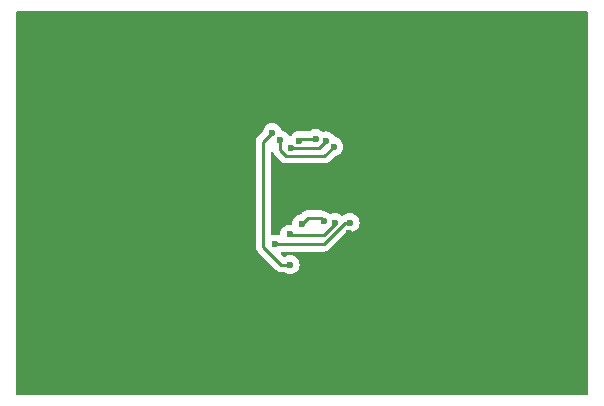
<source format=gbr>
%TF.GenerationSoftware,KiCad,Pcbnew,(7.0.0)*%
%TF.CreationDate,2023-04-29T18:10:18-05:00*%
%TF.ProjectId,WiHi,57694869-2e6b-4696-9361-645f70636258,-*%
%TF.SameCoordinates,PX795bdf0PY68e3130*%
%TF.FileFunction,Copper,L2,Bot*%
%TF.FilePolarity,Positive*%
%FSLAX46Y46*%
G04 Gerber Fmt 4.6, Leading zero omitted, Abs format (unit mm)*
G04 Created by KiCad (PCBNEW (7.0.0)) date 2023-04-29 18:10:18*
%MOMM*%
%LPD*%
G01*
G04 APERTURE LIST*
%TA.AperFunction,ViaPad*%
%ADD10C,0.600000*%
%TD*%
%TA.AperFunction,Conductor*%
%ADD11C,0.250000*%
%TD*%
G04 APERTURE END LIST*
D10*
%TO.N,GND*%
X21844000Y10058400D03*
X21844000Y7594600D03*
X28448000Y23114000D03*
X28448000Y24892000D03*
%TO.N,/Wireless Power Reciever Qi/Qi_Vout*%
X23622000Y11430000D03*
X22098000Y22606000D03*
%TO.N,GND*%
X38862000Y22352000D03*
X2286000Y13462000D03*
X7366000Y13462000D03*
X12446000Y13462000D03*
X17526000Y13462000D03*
X32766000Y13462000D03*
X27686000Y8382000D03*
X32766000Y8382000D03*
X42926000Y8382000D03*
X37846000Y8382000D03*
X37846000Y13462000D03*
X42926000Y13462000D03*
X48006000Y13462000D03*
X48006000Y8382000D03*
X48006000Y3302000D03*
X42926000Y3302000D03*
X37846000Y3302000D03*
X32766000Y3302000D03*
X22606000Y3302000D03*
X17526000Y8382000D03*
X17526000Y3302000D03*
X12446000Y3302000D03*
X12446000Y8382000D03*
X7366000Y8382000D03*
X7366000Y3302000D03*
X2286000Y3302000D03*
X2286000Y8382000D03*
X2286000Y23622000D03*
X7366000Y23622000D03*
X12446000Y23622000D03*
X17526000Y23622000D03*
X22606000Y23622000D03*
X37846000Y23622000D03*
X42926000Y23622000D03*
X48006000Y23622000D03*
X48006000Y28702000D03*
X42926000Y28702000D03*
X37846000Y28702000D03*
X32766000Y28702000D03*
X22606000Y28702000D03*
X17526000Y28702000D03*
X12446000Y28702000D03*
X7366000Y28702000D03*
X2286000Y28702000D03*
X47752000Y18034000D03*
X42164000Y18034000D03*
X35814000Y18034000D03*
X29464000Y18034000D03*
X23368000Y18034000D03*
X26416000Y17526000D03*
X26416000Y18542000D03*
X25400000Y18542000D03*
X27432000Y18542000D03*
X27432000Y17526000D03*
X25400000Y17526000D03*
%TO.N,/Wireless Power Reciever Qi/COMM2*%
X27322257Y21416761D03*
X22771983Y21981500D03*
%TO.N,/Wireless Power Reciever Qi/CLAMP2*%
X23723600Y21259800D03*
X26670000Y21894800D03*
%TO.N,/Wireless Power Reciever Qi/BOOT2*%
X24384000Y21920200D03*
X25769900Y22098000D03*
%TO.N,GND*%
X28625800Y3225800D03*
X29692600Y3225800D03*
X27584400Y3225800D03*
X33553400Y23114000D03*
X33553400Y24892000D03*
X28600400Y14122400D03*
X28600400Y13258800D03*
X28600400Y12344400D03*
X28600400Y11480800D03*
X28600400Y10591800D03*
X28600400Y9677400D03*
%TO.N,/Wireless Power Reciever Qi/CHG*%
X28702000Y14986000D03*
X22352000Y13157200D03*
%TO.N,/Wireless Power Reciever Qi/COMM1*%
X27402419Y14984335D03*
X23571200Y13995400D03*
%TO.N,/Wireless Power Reciever Qi/CLAMP1*%
X24585746Y14877100D03*
X26516087Y15111487D03*
%TD*%
D11*
%TO.N,/Wireless Power Reciever Qi/CLAMP2*%
X26035000Y21259800D02*
X23723600Y21259800D01*
X26670000Y21894800D02*
X26035000Y21259800D01*
%TO.N,/Wireless Power Reciever Qi/COMM2*%
X22771983Y21144617D02*
X22771983Y21981500D01*
X23291800Y20624800D02*
X22771983Y21144617D01*
X27322257Y21416761D02*
X26530296Y20624800D01*
X26530296Y20624800D02*
X23291800Y20624800D01*
%TO.N,/Wireless Power Reciever Qi/CHG*%
X28287968Y14986000D02*
X26459168Y13157200D01*
X26459168Y13157200D02*
X22352000Y13157200D01*
X28702000Y14986000D02*
X28287968Y14986000D01*
%TO.N,/Wireless Power Reciever Qi/CLAMP1*%
X25101046Y15392400D02*
X24585746Y14877100D01*
X26235174Y15392400D02*
X25101046Y15392400D01*
X26516087Y15111487D02*
X26235174Y15392400D01*
%TO.N,/Wireless Power Reciever Qi/COMM1*%
X26487084Y13970000D02*
X23596600Y13970000D01*
X23596600Y13970000D02*
X23571200Y13995400D01*
X27402419Y14984335D02*
X27402419Y14885335D01*
X27402419Y14885335D02*
X26487084Y13970000D01*
%TO.N,/Wireless Power Reciever Qi/Qi_Vout*%
X21336000Y21844000D02*
X22098000Y22606000D01*
X22860000Y11430000D02*
X21336000Y12954000D01*
X23622000Y11430000D02*
X22860000Y11430000D01*
X21336000Y12954000D02*
X21336000Y21844000D01*
%TO.N,/Wireless Power Reciever Qi/BOOT2*%
X24561800Y22098000D02*
X24384000Y21920200D01*
X25769900Y22098000D02*
X24561800Y22098000D01*
%TD*%
%TA.AperFunction,Conductor*%
%TO.N,GND*%
G36*
X48813500Y32856887D02*
G01*
X48858887Y32811500D01*
X48875500Y32749500D01*
X48875500Y524500D01*
X48858887Y462500D01*
X48813500Y417113D01*
X48751500Y400500D01*
X524500Y400500D01*
X462500Y417113D01*
X417113Y462500D01*
X400500Y524500D01*
X400500Y21863804D01*
X20705840Y21863804D01*
X20706574Y21856039D01*
X20706574Y21856036D01*
X20709950Y21820324D01*
X20710500Y21808655D01*
X20710500Y13031775D01*
X20709978Y13020720D01*
X20708327Y13013333D01*
X20708571Y13005547D01*
X20708571Y13005539D01*
X20710439Y12946127D01*
X20710500Y12942232D01*
X20710500Y12914650D01*
X20710988Y12910781D01*
X20710989Y12910775D01*
X20711004Y12910657D01*
X20711918Y12899034D01*
X20713045Y12863170D01*
X20713046Y12863163D01*
X20713291Y12855373D01*
X20715467Y12847881D01*
X20715468Y12847879D01*
X20718879Y12836138D01*
X20722825Y12817085D01*
X20725336Y12797208D01*
X20728206Y12789958D01*
X20728208Y12789952D01*
X20741414Y12756596D01*
X20745197Y12745549D01*
X20757382Y12703610D01*
X20761353Y12696895D01*
X20761354Y12696893D01*
X20767581Y12686363D01*
X20776136Y12668901D01*
X20780642Y12657520D01*
X20780643Y12657517D01*
X20783514Y12650268D01*
X20795462Y12633823D01*
X20809181Y12614940D01*
X20815593Y12605178D01*
X20833856Y12574298D01*
X20833859Y12574293D01*
X20837830Y12567580D01*
X20843345Y12562066D01*
X20843345Y12562065D01*
X20851990Y12553420D01*
X20864626Y12538626D01*
X20871819Y12528725D01*
X20871823Y12528721D01*
X20876406Y12522413D01*
X20882415Y12517442D01*
X20882416Y12517441D01*
X20910058Y12494574D01*
X20918699Y12486711D01*
X22362707Y11042702D01*
X22370159Y11034513D01*
X22374214Y11028123D01*
X22423223Y10982100D01*
X22426020Y10979389D01*
X22445529Y10959880D01*
X22448709Y10957413D01*
X22457571Y10949845D01*
X22471020Y10937215D01*
X22483732Y10925277D01*
X22483734Y10925276D01*
X22489418Y10919938D01*
X22496251Y10916182D01*
X22496252Y10916181D01*
X22506973Y10910287D01*
X22523234Y10899606D01*
X22539064Y10887327D01*
X22579155Y10869979D01*
X22589635Y10864845D01*
X22627908Y10843803D01*
X22647316Y10838820D01*
X22665719Y10832519D01*
X22676944Y10827661D01*
X22676946Y10827661D01*
X22684104Y10824563D01*
X22727258Y10817729D01*
X22738644Y10815371D01*
X22780981Y10804500D01*
X22801017Y10804500D01*
X22820415Y10802973D01*
X22832486Y10801061D01*
X22832487Y10801061D01*
X22840196Y10799840D01*
X22878276Y10803440D01*
X22883676Y10803950D01*
X22895345Y10804500D01*
X23077145Y10804500D01*
X23143116Y10785495D01*
X23272478Y10704211D01*
X23442745Y10644632D01*
X23622000Y10624435D01*
X23801255Y10644632D01*
X23971522Y10704211D01*
X24124262Y10800184D01*
X24251816Y10927738D01*
X24347789Y11080478D01*
X24407368Y11250745D01*
X24427565Y11430000D01*
X24407368Y11609255D01*
X24347789Y11779522D01*
X24251816Y11932262D01*
X24124262Y12059816D01*
X23971522Y12155789D01*
X23964959Y12158086D01*
X23964956Y12158087D01*
X23807824Y12213070D01*
X23807819Y12213072D01*
X23801255Y12215368D01*
X23794335Y12216148D01*
X23794334Y12216148D01*
X23628923Y12234785D01*
X23622000Y12235565D01*
X23615077Y12234785D01*
X23449665Y12216148D01*
X23449662Y12216148D01*
X23442745Y12215368D01*
X23436182Y12213072D01*
X23436175Y12213070D01*
X23279043Y12158087D01*
X23279036Y12158085D01*
X23272478Y12155789D01*
X23266593Y12152092D01*
X23266582Y12152086D01*
X23200418Y12110512D01*
X23148330Y12092286D01*
X23093492Y12098465D01*
X23046766Y12127825D01*
X22854572Y12320019D01*
X22824322Y12369382D01*
X22819780Y12427098D01*
X22841935Y12480585D01*
X22885958Y12518185D01*
X22942253Y12531700D01*
X26381393Y12531700D01*
X26392448Y12531179D01*
X26399835Y12529527D01*
X26467040Y12531639D01*
X26470936Y12531700D01*
X26494616Y12531700D01*
X26498518Y12531700D01*
X26502481Y12532201D01*
X26514131Y12533120D01*
X26557795Y12534491D01*
X26577029Y12540081D01*
X26596085Y12544026D01*
X26615960Y12546536D01*
X26656563Y12562613D01*
X26667618Y12566398D01*
X26709558Y12578582D01*
X26726797Y12588778D01*
X26744271Y12597338D01*
X26755642Y12601840D01*
X26755644Y12601842D01*
X26762900Y12604714D01*
X26798237Y12630389D01*
X26807992Y12636797D01*
X26845588Y12659030D01*
X26859752Y12673195D01*
X26874547Y12685832D01*
X26890755Y12697606D01*
X26918596Y12731262D01*
X26926447Y12739891D01*
X28367235Y14180679D01*
X28427323Y14213887D01*
X28495866Y14210038D01*
X28522745Y14200632D01*
X28702000Y14180435D01*
X28881255Y14200632D01*
X29051522Y14260211D01*
X29204262Y14356184D01*
X29331816Y14483738D01*
X29427789Y14636478D01*
X29487368Y14806745D01*
X29507565Y14986000D01*
X29487368Y15165255D01*
X29427789Y15335522D01*
X29331816Y15488262D01*
X29204262Y15615816D01*
X29128774Y15663248D01*
X29057412Y15708088D01*
X29051522Y15711789D01*
X29044959Y15714086D01*
X29044956Y15714087D01*
X28887824Y15769070D01*
X28887819Y15769072D01*
X28881255Y15771368D01*
X28874335Y15772148D01*
X28874334Y15772148D01*
X28708923Y15790785D01*
X28702000Y15791565D01*
X28695077Y15790785D01*
X28529665Y15772148D01*
X28529662Y15772148D01*
X28522745Y15771368D01*
X28516182Y15769072D01*
X28516175Y15769070D01*
X28359043Y15714087D01*
X28359036Y15714085D01*
X28352478Y15711789D01*
X28346594Y15708092D01*
X28346586Y15708088D01*
X28202347Y15617456D01*
X28170911Y15603356D01*
X28170042Y15603104D01*
X28151055Y15599177D01*
X28138917Y15597643D01*
X28138909Y15597642D01*
X28131176Y15596664D01*
X28123928Y15593795D01*
X28123922Y15593793D01*
X28090565Y15580587D01*
X28079522Y15576806D01*
X28043407Y15566312D01*
X27977972Y15565282D01*
X27921126Y15597706D01*
X27909609Y15609223D01*
X27904681Y15614151D01*
X27751941Y15710124D01*
X27745378Y15712421D01*
X27745375Y15712422D01*
X27588243Y15767405D01*
X27588238Y15767407D01*
X27581674Y15769703D01*
X27574754Y15770483D01*
X27574753Y15770483D01*
X27409342Y15789120D01*
X27402419Y15789900D01*
X27395496Y15789120D01*
X27230084Y15770483D01*
X27230081Y15770483D01*
X27223164Y15769703D01*
X27216599Y15767406D01*
X27216591Y15767404D01*
X27118941Y15733235D01*
X27064103Y15727057D01*
X27012015Y15745283D01*
X26871500Y15833575D01*
X26871496Y15833577D01*
X26865609Y15837276D01*
X26859046Y15839573D01*
X26859043Y15839574D01*
X26701912Y15894556D01*
X26695342Y15896855D01*
X26688422Y15897635D01*
X26688421Y15897635D01*
X26624693Y15904816D01*
X26569527Y15927232D01*
X26568989Y15926321D01*
X26562887Y15929930D01*
X26562581Y15930054D01*
X26562272Y15930293D01*
X26562273Y15930293D01*
X26556110Y15935073D01*
X26548953Y15938171D01*
X26548950Y15938172D01*
X26516023Y15952422D01*
X26505537Y15957559D01*
X26474106Y15974838D01*
X26474097Y15974842D01*
X26467266Y15978597D01*
X26459709Y15980538D01*
X26459705Y15980539D01*
X26447862Y15983580D01*
X26429458Y15989881D01*
X26418231Y15994740D01*
X26418224Y15994742D01*
X26411070Y15997838D01*
X26403366Y15999059D01*
X26403364Y15999059D01*
X26367933Y16004671D01*
X26356498Y16007039D01*
X26321745Y16015962D01*
X26321737Y16015963D01*
X26314193Y16017900D01*
X26306397Y16017900D01*
X26294157Y16017900D01*
X26274771Y16019426D01*
X26254978Y16022560D01*
X26247212Y16021826D01*
X26247209Y16021826D01*
X26211498Y16018450D01*
X26199829Y16017900D01*
X25178817Y16017900D01*
X25167764Y16018421D01*
X25160378Y16020072D01*
X25152580Y16019827D01*
X25093190Y16017961D01*
X25089296Y16017900D01*
X25061696Y16017900D01*
X25057845Y16017414D01*
X25057814Y16017412D01*
X25057686Y16017395D01*
X25046075Y16016482D01*
X25010218Y16015355D01*
X25010211Y16015354D01*
X25002419Y16015109D01*
X24994934Y16012935D01*
X24994918Y16012932D01*
X24983172Y16009519D01*
X24964129Y16005575D01*
X24951995Y16004042D01*
X24951994Y16004042D01*
X24944254Y16003064D01*
X24937004Y16000195D01*
X24936997Y16000192D01*
X24903644Y15986987D01*
X24892600Y15983206D01*
X24858151Y15973197D01*
X24858141Y15973193D01*
X24850656Y15971018D01*
X24843946Y15967051D01*
X24843944Y15967049D01*
X24840551Y15965043D01*
X24833406Y15960817D01*
X24815946Y15952264D01*
X24797314Y15944886D01*
X24791011Y15940308D01*
X24791004Y15940303D01*
X24761985Y15919219D01*
X24752225Y15912808D01*
X24721340Y15894543D01*
X24721330Y15894536D01*
X24714625Y15890570D01*
X24709109Y15885055D01*
X24709106Y15885052D01*
X24700453Y15876400D01*
X24685670Y15863774D01*
X24675773Y15856583D01*
X24675766Y15856577D01*
X24669459Y15851994D01*
X24664492Y15845992D01*
X24664481Y15845980D01*
X24641616Y15818341D01*
X24633756Y15809703D01*
X24527365Y15703312D01*
X24493486Y15679273D01*
X24453569Y15667773D01*
X24413412Y15663248D01*
X24413410Y15663248D01*
X24406491Y15662468D01*
X24399922Y15660170D01*
X24399920Y15660169D01*
X24242789Y15605187D01*
X24242782Y15605185D01*
X24236224Y15602889D01*
X24230336Y15599190D01*
X24230333Y15599188D01*
X24089384Y15510624D01*
X24089379Y15510621D01*
X24083484Y15506916D01*
X24078559Y15501992D01*
X24078555Y15501988D01*
X23960858Y15384291D01*
X23960854Y15384287D01*
X23955930Y15379362D01*
X23952225Y15373467D01*
X23952222Y15373462D01*
X23863658Y15232513D01*
X23863656Y15232510D01*
X23859957Y15226622D01*
X23857661Y15220064D01*
X23857659Y15220057D01*
X23802676Y15062925D01*
X23802674Y15062918D01*
X23800378Y15056355D01*
X23799598Y15049438D01*
X23799598Y15049435D01*
X23782973Y14901888D01*
X23759523Y14842138D01*
X23709340Y14802118D01*
X23645870Y14792552D01*
X23578123Y14800185D01*
X23571200Y14800965D01*
X23564277Y14800185D01*
X23398865Y14781548D01*
X23398862Y14781548D01*
X23391945Y14780768D01*
X23385382Y14778472D01*
X23385375Y14778470D01*
X23228243Y14723487D01*
X23228236Y14723485D01*
X23221678Y14721189D01*
X23215790Y14717490D01*
X23215787Y14717488D01*
X23074838Y14628924D01*
X23074833Y14628921D01*
X23068938Y14625216D01*
X23064013Y14620292D01*
X23064009Y14620288D01*
X22946312Y14502591D01*
X22946308Y14502587D01*
X22941384Y14497662D01*
X22937679Y14491767D01*
X22937676Y14491762D01*
X22849112Y14350813D01*
X22849110Y14350810D01*
X22845411Y14344922D01*
X22843115Y14338364D01*
X22843113Y14338357D01*
X22788130Y14181225D01*
X22788128Y14181218D01*
X22785832Y14174655D01*
X22785052Y14167740D01*
X22785052Y14167736D01*
X22768427Y14020184D01*
X22750201Y13968096D01*
X22711179Y13929074D01*
X22659091Y13910848D01*
X22604253Y13917026D01*
X22537827Y13940269D01*
X22537821Y13940271D01*
X22531255Y13942568D01*
X22524335Y13943348D01*
X22524334Y13943348D01*
X22358923Y13961985D01*
X22352000Y13962765D01*
X22345077Y13961985D01*
X22179665Y13943348D01*
X22179662Y13943348D01*
X22172745Y13942568D01*
X22166183Y13940273D01*
X22166170Y13940269D01*
X22126456Y13926371D01*
X22068167Y13920629D01*
X22013745Y13942282D01*
X21975333Y13986498D01*
X21961500Y14043412D01*
X21961500Y20833724D01*
X21979570Y20898182D01*
X22028513Y20943853D01*
X22094065Y20957428D01*
X22157120Y20934949D01*
X22191205Y20892946D01*
X22193367Y20894224D01*
X22203564Y20876980D01*
X22212119Y20859518D01*
X22216625Y20848137D01*
X22216626Y20848134D01*
X22219497Y20840885D01*
X22224700Y20833724D01*
X22245164Y20805557D01*
X22251576Y20795795D01*
X22269839Y20764915D01*
X22269842Y20764910D01*
X22273813Y20758197D01*
X22279328Y20752683D01*
X22279328Y20752682D01*
X22287973Y20744037D01*
X22300609Y20729243D01*
X22307802Y20719342D01*
X22307806Y20719338D01*
X22312389Y20713030D01*
X22318398Y20708059D01*
X22318399Y20708058D01*
X22346041Y20685191D01*
X22354682Y20677328D01*
X22794506Y20237504D01*
X22801958Y20229315D01*
X22806014Y20222923D01*
X22811698Y20217585D01*
X22811700Y20217583D01*
X22855023Y20176900D01*
X22857820Y20174189D01*
X22877329Y20154680D01*
X22880509Y20152213D01*
X22889371Y20144645D01*
X22902680Y20132146D01*
X22915532Y20120077D01*
X22915534Y20120076D01*
X22921218Y20114738D01*
X22928051Y20110982D01*
X22928052Y20110981D01*
X22938773Y20105087D01*
X22955034Y20094406D01*
X22970864Y20082127D01*
X23010955Y20064779D01*
X23021435Y20059645D01*
X23059708Y20038603D01*
X23079116Y20033620D01*
X23097519Y20027319D01*
X23108744Y20022461D01*
X23108746Y20022461D01*
X23115904Y20019363D01*
X23159058Y20012529D01*
X23170444Y20010171D01*
X23212781Y19999300D01*
X23232817Y19999300D01*
X23252215Y19997773D01*
X23264286Y19995861D01*
X23264287Y19995861D01*
X23271996Y19994640D01*
X23310076Y19998240D01*
X23315476Y19998750D01*
X23327145Y19999300D01*
X26452521Y19999300D01*
X26463576Y19998779D01*
X26470963Y19997127D01*
X26538168Y19999239D01*
X26542064Y19999300D01*
X26565744Y19999300D01*
X26569646Y19999300D01*
X26573609Y19999801D01*
X26585259Y20000720D01*
X26628923Y20002091D01*
X26648157Y20007681D01*
X26667213Y20011626D01*
X26687088Y20014136D01*
X26727691Y20030213D01*
X26738746Y20033998D01*
X26780686Y20046182D01*
X26797925Y20056378D01*
X26815399Y20064938D01*
X26826770Y20069440D01*
X26826772Y20069442D01*
X26834028Y20072314D01*
X26869365Y20097989D01*
X26879120Y20104397D01*
X26916716Y20126630D01*
X26930880Y20140795D01*
X26945675Y20153432D01*
X26961883Y20165206D01*
X26989724Y20198862D01*
X26997575Y20207491D01*
X27380638Y20590553D01*
X27414515Y20614589D01*
X27454433Y20626089D01*
X27501512Y20631393D01*
X27671779Y20690972D01*
X27824519Y20786945D01*
X27952073Y20914499D01*
X28048046Y21067239D01*
X28107625Y21237506D01*
X28127822Y21416761D01*
X28107625Y21596016D01*
X28048046Y21766283D01*
X27952073Y21919023D01*
X27824519Y22046577D01*
X27818011Y22050666D01*
X27677669Y22138849D01*
X27671779Y22142550D01*
X27665216Y22144847D01*
X27665213Y22144848D01*
X27508082Y22199830D01*
X27501512Y22202129D01*
X27494594Y22202909D01*
X27494592Y22202909D01*
X27475601Y22205049D01*
X27423515Y22223276D01*
X27384495Y22262297D01*
X27303523Y22391162D01*
X27299816Y22397062D01*
X27172262Y22524616D01*
X27019522Y22620589D01*
X27012959Y22622886D01*
X27012956Y22622887D01*
X26855824Y22677870D01*
X26855819Y22677872D01*
X26849255Y22680168D01*
X26842335Y22680948D01*
X26842334Y22680948D01*
X26676923Y22699585D01*
X26670000Y22700365D01*
X26663077Y22699585D01*
X26497668Y22680949D01*
X26497659Y22680948D01*
X26490745Y22680168D01*
X26484179Y22677871D01*
X26484168Y22677868D01*
X26437658Y22661593D01*
X26369112Y22657744D01*
X26309024Y22690954D01*
X26277090Y22722888D01*
X26272162Y22727816D01*
X26119422Y22823789D01*
X26112859Y22826086D01*
X26112856Y22826087D01*
X25955724Y22881070D01*
X25955719Y22881072D01*
X25949155Y22883368D01*
X25942235Y22884148D01*
X25942234Y22884148D01*
X25776823Y22902785D01*
X25769900Y22903565D01*
X25762977Y22902785D01*
X25597565Y22884148D01*
X25597562Y22884148D01*
X25590645Y22883368D01*
X25584082Y22881072D01*
X25584075Y22881070D01*
X25426943Y22826087D01*
X25426936Y22826085D01*
X25420378Y22823789D01*
X25414490Y22820090D01*
X25414487Y22820088D01*
X25291017Y22742506D01*
X25225045Y22723500D01*
X24639572Y22723500D01*
X24628519Y22724021D01*
X24621133Y22725672D01*
X24613335Y22725427D01*
X24553945Y22723561D01*
X24550051Y22723500D01*
X24522450Y22723500D01*
X24518599Y22723014D01*
X24518568Y22723012D01*
X24518440Y22722995D01*
X24506829Y22722082D01*
X24470964Y22720954D01*
X24470963Y22720954D01*
X24463173Y22720709D01*
X24462512Y22720518D01*
X24435879Y22719921D01*
X24384000Y22725765D01*
X24377077Y22724985D01*
X24211665Y22706348D01*
X24211662Y22706348D01*
X24204745Y22705568D01*
X24198182Y22703272D01*
X24198175Y22703270D01*
X24041043Y22648287D01*
X24041036Y22648285D01*
X24034478Y22645989D01*
X24028590Y22642290D01*
X24028587Y22642288D01*
X23887638Y22553724D01*
X23887633Y22553721D01*
X23881738Y22550016D01*
X23876813Y22545092D01*
X23876809Y22545088D01*
X23759112Y22427391D01*
X23759108Y22427387D01*
X23754184Y22422462D01*
X23750481Y22416570D01*
X23750474Y22416560D01*
X23702243Y22339800D01*
X23657231Y22297245D01*
X23597250Y22281773D01*
X23537269Y22297245D01*
X23492256Y22339801D01*
X23405506Y22477862D01*
X23401799Y22483762D01*
X23274245Y22611316D01*
X23235183Y22635860D01*
X23140966Y22695061D01*
X23121505Y22707289D01*
X23114942Y22709586D01*
X23114939Y22709587D01*
X22957803Y22764571D01*
X22957801Y22764572D01*
X22951238Y22766868D01*
X22949510Y22767063D01*
X22896553Y22794420D01*
X22862138Y22845926D01*
X22841969Y22903565D01*
X22823789Y22955522D01*
X22727816Y23108262D01*
X22600262Y23235816D01*
X22447522Y23331789D01*
X22440959Y23334086D01*
X22440956Y23334087D01*
X22283824Y23389070D01*
X22283819Y23389072D01*
X22277255Y23391368D01*
X22270335Y23392148D01*
X22270334Y23392148D01*
X22104923Y23410785D01*
X22098000Y23411565D01*
X22091077Y23410785D01*
X21925665Y23392148D01*
X21925662Y23392148D01*
X21918745Y23391368D01*
X21912182Y23389072D01*
X21912175Y23389070D01*
X21755043Y23334087D01*
X21755036Y23334085D01*
X21748478Y23331789D01*
X21742590Y23328090D01*
X21742587Y23328088D01*
X21601638Y23239524D01*
X21601633Y23239521D01*
X21595738Y23235816D01*
X21590813Y23230892D01*
X21590809Y23230888D01*
X21473112Y23113191D01*
X21473108Y23113187D01*
X21468184Y23108262D01*
X21464479Y23102367D01*
X21464476Y23102362D01*
X21375912Y22961413D01*
X21375910Y22961410D01*
X21372211Y22955522D01*
X21369915Y22948964D01*
X21369913Y22948957D01*
X21315839Y22794420D01*
X21312632Y22785255D01*
X21311852Y22778336D01*
X21311852Y22778334D01*
X21307327Y22738177D01*
X21295827Y22698260D01*
X21271788Y22664381D01*
X20948696Y22341289D01*
X20940511Y22333841D01*
X20934123Y22329786D01*
X20928788Y22324106D01*
X20928783Y22324101D01*
X20888096Y22280775D01*
X20885392Y22277984D01*
X20868628Y22261220D01*
X20868621Y22261213D01*
X20865880Y22258471D01*
X20863500Y22255404D01*
X20863489Y22255391D01*
X20863400Y22255275D01*
X20855842Y22246430D01*
X20831280Y22220273D01*
X20831273Y22220264D01*
X20825938Y22214582D01*
X20822182Y22207751D01*
X20822179Y22207746D01*
X20816285Y22197025D01*
X20805609Y22180773D01*
X20798109Y22171104D01*
X20798101Y22171093D01*
X20793327Y22164936D01*
X20790234Y22157792D01*
X20790229Y22157781D01*
X20775974Y22124840D01*
X20770838Y22114357D01*
X20749803Y22076092D01*
X20747864Y22068544D01*
X20747863Y22068539D01*
X20744822Y22056693D01*
X20738521Y22038289D01*
X20733658Y22027052D01*
X20733656Y22027048D01*
X20730562Y22019896D01*
X20729342Y22012197D01*
X20729342Y22012195D01*
X20723729Y21976759D01*
X20721361Y21965324D01*
X20712438Y21930572D01*
X20712436Y21930564D01*
X20710500Y21923019D01*
X20710500Y21915223D01*
X20710500Y21902983D01*
X20708974Y21883598D01*
X20705840Y21863804D01*
X400500Y21863804D01*
X400500Y32749500D01*
X417113Y32811500D01*
X462500Y32856887D01*
X524500Y32873500D01*
X48751500Y32873500D01*
X48813500Y32856887D01*
G37*
%TD.AperFunction*%
%TD*%
M02*

</source>
